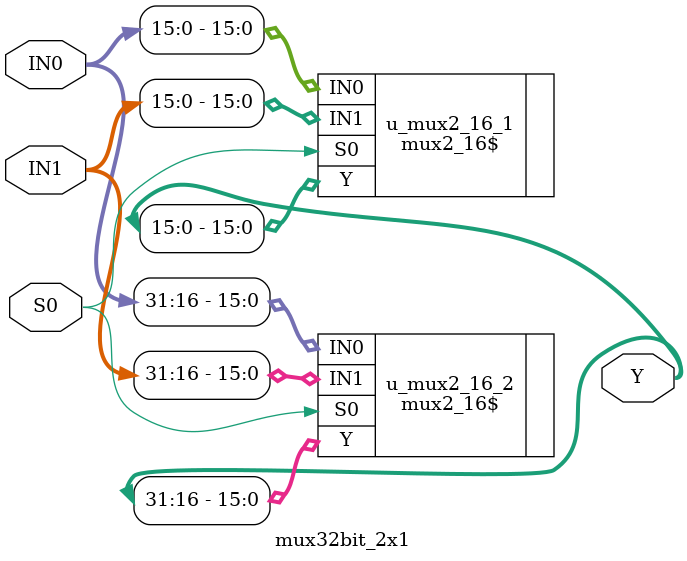
<source format=v>
/******* Microarchiture Project********/
/* Module: main_mem                   */
/* Description: 32-bit wide 2x1 mux   */
/* Author: Sharukh S. Shaikh          */
/**************************************/

module mux32bit_2x1(Y, IN0, IN1, S0);

input [31:0] IN0;
input [31:0] IN1;
input  S0;
output [31:0] Y;

mux2_16$ u_mux2_16_1(.Y(Y[15:0]),.IN0(IN0[15:0]),.IN1(IN1[15:0]),.S0(S0));
mux2_16$ u_mux2_16_2(.Y(Y[31:16]),.IN0(IN0[31:16]),.IN1(IN1[31:16]),.S0(S0));

endmodule


</source>
